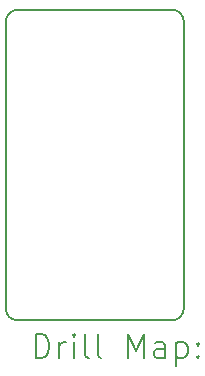
<source format=gbr>
%TF.GenerationSoftware,KiCad,Pcbnew,7.0.6-0*%
%TF.CreationDate,2023-10-14T16:51:07-04:00*%
%TF.ProjectId,RAM Module,52414d20-4d6f-4647-956c-652e6b696361,1*%
%TF.SameCoordinates,Original*%
%TF.FileFunction,Drillmap*%
%TF.FilePolarity,Positive*%
%FSLAX45Y45*%
G04 Gerber Fmt 4.5, Leading zero omitted, Abs format (unit mm)*
G04 Created by KiCad (PCBNEW 7.0.6-0) date 2023-10-14 16:51:07*
%MOMM*%
%LPD*%
G01*
G04 APERTURE LIST*
%ADD10C,0.150000*%
%ADD11C,0.200000*%
G04 APERTURE END LIST*
D10*
X14259000Y-8687000D02*
X14259000Y-11116284D01*
X15766008Y-8687000D02*
G75*
G03*
X15666000Y-8586992I-100008J0D01*
G01*
X14358716Y-11216291D02*
X15666284Y-11216291D01*
X14359008Y-8586990D02*
G75*
G03*
X14259000Y-8687000I2J-100010D01*
G01*
X15766291Y-11116284D02*
X15766291Y-8687000D01*
X15666284Y-11216291D02*
G75*
G03*
X15766291Y-11116284I-4J100011D01*
G01*
X14258708Y-11116284D02*
G75*
G03*
X14358716Y-11216291I100012J4D01*
G01*
X15666000Y-8586992D02*
X14359008Y-8586992D01*
D11*
X14511985Y-11535275D02*
X14511985Y-11335275D01*
X14511985Y-11335275D02*
X14559604Y-11335275D01*
X14559604Y-11335275D02*
X14588176Y-11344799D01*
X14588176Y-11344799D02*
X14607223Y-11363847D01*
X14607223Y-11363847D02*
X14616747Y-11382894D01*
X14616747Y-11382894D02*
X14626271Y-11420989D01*
X14626271Y-11420989D02*
X14626271Y-11449561D01*
X14626271Y-11449561D02*
X14616747Y-11487656D01*
X14616747Y-11487656D02*
X14607223Y-11506704D01*
X14607223Y-11506704D02*
X14588176Y-11525751D01*
X14588176Y-11525751D02*
X14559604Y-11535275D01*
X14559604Y-11535275D02*
X14511985Y-11535275D01*
X14711985Y-11535275D02*
X14711985Y-11401942D01*
X14711985Y-11440037D02*
X14721509Y-11420989D01*
X14721509Y-11420989D02*
X14731033Y-11411466D01*
X14731033Y-11411466D02*
X14750080Y-11401942D01*
X14750080Y-11401942D02*
X14769128Y-11401942D01*
X14835795Y-11535275D02*
X14835795Y-11401942D01*
X14835795Y-11335275D02*
X14826271Y-11344799D01*
X14826271Y-11344799D02*
X14835795Y-11354323D01*
X14835795Y-11354323D02*
X14845319Y-11344799D01*
X14845319Y-11344799D02*
X14835795Y-11335275D01*
X14835795Y-11335275D02*
X14835795Y-11354323D01*
X14959604Y-11535275D02*
X14940557Y-11525751D01*
X14940557Y-11525751D02*
X14931033Y-11506704D01*
X14931033Y-11506704D02*
X14931033Y-11335275D01*
X15064366Y-11535275D02*
X15045319Y-11525751D01*
X15045319Y-11525751D02*
X15035795Y-11506704D01*
X15035795Y-11506704D02*
X15035795Y-11335275D01*
X15292938Y-11535275D02*
X15292938Y-11335275D01*
X15292938Y-11335275D02*
X15359604Y-11478132D01*
X15359604Y-11478132D02*
X15426271Y-11335275D01*
X15426271Y-11335275D02*
X15426271Y-11535275D01*
X15607223Y-11535275D02*
X15607223Y-11430513D01*
X15607223Y-11430513D02*
X15597700Y-11411466D01*
X15597700Y-11411466D02*
X15578652Y-11401942D01*
X15578652Y-11401942D02*
X15540557Y-11401942D01*
X15540557Y-11401942D02*
X15521509Y-11411466D01*
X15607223Y-11525751D02*
X15588176Y-11535275D01*
X15588176Y-11535275D02*
X15540557Y-11535275D01*
X15540557Y-11535275D02*
X15521509Y-11525751D01*
X15521509Y-11525751D02*
X15511985Y-11506704D01*
X15511985Y-11506704D02*
X15511985Y-11487656D01*
X15511985Y-11487656D02*
X15521509Y-11468609D01*
X15521509Y-11468609D02*
X15540557Y-11459085D01*
X15540557Y-11459085D02*
X15588176Y-11459085D01*
X15588176Y-11459085D02*
X15607223Y-11449561D01*
X15702461Y-11401942D02*
X15702461Y-11601942D01*
X15702461Y-11411466D02*
X15721509Y-11401942D01*
X15721509Y-11401942D02*
X15759604Y-11401942D01*
X15759604Y-11401942D02*
X15778652Y-11411466D01*
X15778652Y-11411466D02*
X15788176Y-11420989D01*
X15788176Y-11420989D02*
X15797700Y-11440037D01*
X15797700Y-11440037D02*
X15797700Y-11497180D01*
X15797700Y-11497180D02*
X15788176Y-11516228D01*
X15788176Y-11516228D02*
X15778652Y-11525751D01*
X15778652Y-11525751D02*
X15759604Y-11535275D01*
X15759604Y-11535275D02*
X15721509Y-11535275D01*
X15721509Y-11535275D02*
X15702461Y-11525751D01*
X15883414Y-11516228D02*
X15892938Y-11525751D01*
X15892938Y-11525751D02*
X15883414Y-11535275D01*
X15883414Y-11535275D02*
X15873890Y-11525751D01*
X15873890Y-11525751D02*
X15883414Y-11516228D01*
X15883414Y-11516228D02*
X15883414Y-11535275D01*
X15883414Y-11411466D02*
X15892938Y-11420989D01*
X15892938Y-11420989D02*
X15883414Y-11430513D01*
X15883414Y-11430513D02*
X15873890Y-11420989D01*
X15873890Y-11420989D02*
X15883414Y-11411466D01*
X15883414Y-11411466D02*
X15883414Y-11430513D01*
M02*

</source>
